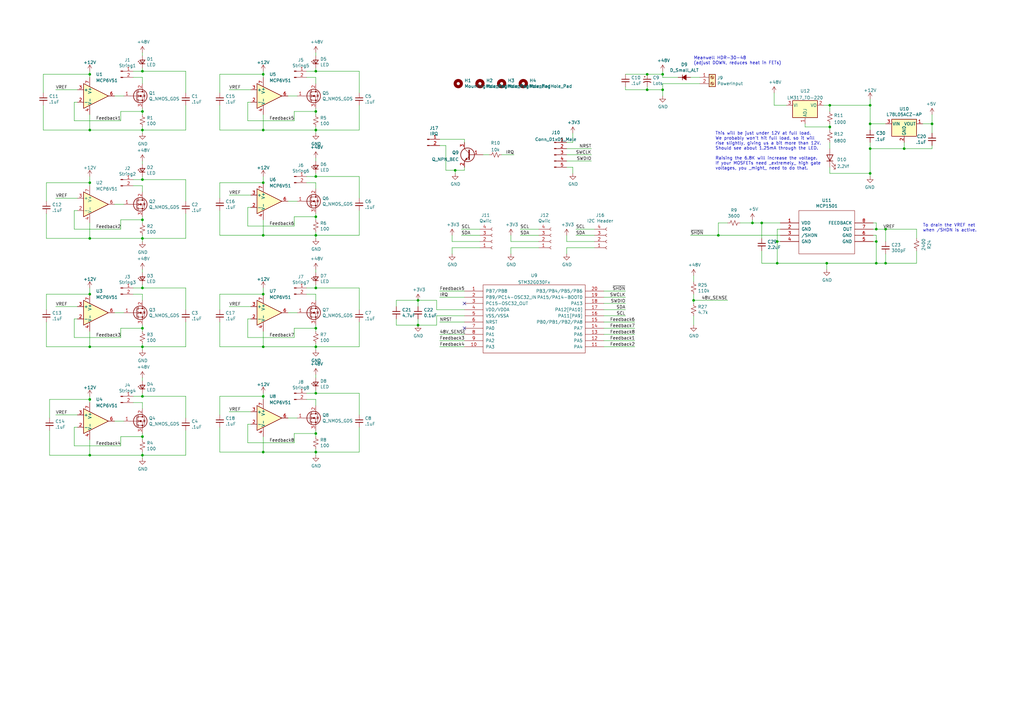
<source format=kicad_sch>
(kicad_sch (version 20211123) (generator eeschema)
  (paper "A3")
  (junction (at 318.77 99.06))
  (junction (at 129.54 177.8))
  (junction (at 318.77 107.95))
  (junction (at 36.83 142.24))
  (junction (at 356.87 71.12))
  (junction (at 107.95 53.34))
  (junction (at 382.27 50.8))
  (junction (at 370.84 60.96))
  (junction (at 265.43 36.83))
  (junction (at 363.22 107.95))
  (junction (at 340.36 52.07))
  (junction (at 271.78 36.83))
  (junction (at 359.41 107.95))
  (junction (at 58.42 97.79))
  (junction (at 129.54 134.62))
  (junction (at 107.95 74.93))
  (junction (at 36.83 186.69))
  (junction (at 58.42 179.07))
  (junction (at 265.43 30.48))
  (junction (at 58.42 29.21))
  (junction (at 359.41 99.06))
  (junction (at 129.54 29.21))
  (junction (at 284.48 123.19))
  (junction (at 363.22 93.98))
  (junction (at 339.09 107.95))
  (junction (at 58.42 73.66))
  (junction (at 58.42 53.34))
  (junction (at 356.87 43.18))
  (junction (at 36.83 30.48))
  (junction (at 107.95 120.65))
  (junction (at 107.95 30.48))
  (junction (at 129.54 45.72))
  (junction (at 129.54 88.9))
  (junction (at 107.95 96.52))
  (junction (at 36.83 74.93))
  (junction (at 171.45 123.19))
  (junction (at 107.95 162.56))
  (junction (at 36.83 53.34))
  (junction (at 58.42 142.24))
  (junction (at 356.87 60.96))
  (junction (at 58.42 186.69))
  (junction (at 340.36 43.18))
  (junction (at 129.54 53.34))
  (junction (at 129.54 118.11))
  (junction (at 186.69 69.85))
  (junction (at 308.61 91.44))
  (junction (at 36.83 97.79))
  (junction (at 271.78 30.48))
  (junction (at 36.83 163.83))
  (junction (at 356.87 50.8))
  (junction (at 58.42 162.56))
  (junction (at 129.54 185.42))
  (junction (at 129.54 142.24))
  (junction (at 359.41 93.98))
  (junction (at 312.42 91.44))
  (junction (at 107.95 185.42))
  (junction (at 171.45 133.35))
  (junction (at 58.42 134.62))
  (junction (at 36.83 120.65))
  (junction (at 58.42 45.72))
  (junction (at 129.54 161.29))
  (junction (at 58.42 90.17))
  (junction (at 294.64 96.52))
  (junction (at 129.54 72.39))
  (junction (at 58.42 118.11))
  (junction (at 107.95 142.24))
  (junction (at 129.54 96.52))
  (no_connect (at 190.5 124.46))
  (no_connect (at 190.5 134.62))
  (wire (pts (xy 58.42 116.84) (xy 58.42 118.11)))
  (wire (pts (xy 180.34 119.38) (xy 190.5 119.38)))
  (wire (pts (xy 120.65 177.8) (xy 129.54 177.8)))
  (wire (pts (xy 36.83 97.79) (xy 58.42 97.79)))
  (wire (pts (xy 36.83 30.48) (xy 36.83 31.75)))
  (wire (pts (xy 147.32 86.36) (xy 147.32 96.52)))
  (wire (pts (xy 58.42 135.89) (xy 58.42 134.62)))
  (wire (pts (xy 243.84 93.98) (xy 236.22 93.98)))
  (wire (pts (xy 162.56 133.35) (xy 171.45 133.35)))
  (wire (pts (xy 76.2 73.66) (xy 76.2 82.55)))
  (wire (pts (xy 58.42 54.61) (xy 58.42 53.34)))
  (wire (pts (xy 375.92 107.95) (xy 363.22 107.95)))
  (wire (pts (xy 209.55 101.6) (xy 220.98 101.6)))
  (wire (pts (xy 90.17 175.26) (xy 90.17 185.42)))
  (wire (pts (xy 129.54 72.39) (xy 125.73 72.39)))
  (wire (pts (xy 125.73 163.83) (xy 129.54 163.83)))
  (wire (pts (xy 58.42 186.69) (xy 58.42 185.42)))
  (wire (pts (xy 162.56 130.81) (xy 162.56 133.35)))
  (wire (pts (xy 129.54 161.29) (xy 125.73 161.29)))
  (wire (pts (xy 356.87 50.8) (xy 356.87 53.34)))
  (wire (pts (xy 36.83 135.89) (xy 36.83 142.24)))
  (wire (pts (xy 363.22 93.98) (xy 375.92 93.98)))
  (wire (pts (xy 125.73 74.93) (xy 129.54 74.93)))
  (wire (pts (xy 36.83 120.65) (xy 19.05 120.65)))
  (wire (pts (xy 271.78 36.83) (xy 271.78 39.37)))
  (wire (pts (xy 101.6 49.53) (xy 101.6 41.91)))
  (wire (pts (xy 147.32 72.39) (xy 147.32 81.28)))
  (wire (pts (xy 102.87 80.01) (xy 93.98 80.01)))
  (wire (pts (xy 312.42 107.95) (xy 318.77 107.95)))
  (wire (pts (xy 129.54 21.59) (xy 129.54 22.86)))
  (wire (pts (xy 196.85 99.06) (xy 185.42 99.06)))
  (wire (pts (xy 363.22 104.14) (xy 363.22 107.95)))
  (wire (pts (xy 107.95 135.89) (xy 107.95 142.24)))
  (wire (pts (xy 58.42 45.72) (xy 58.42 44.45)))
  (wire (pts (xy 107.95 53.34) (xy 129.54 53.34)))
  (wire (pts (xy 382.27 50.8) (xy 382.27 46.99)))
  (wire (pts (xy 308.61 91.44) (xy 308.61 90.17)))
  (wire (pts (xy 129.54 134.62) (xy 129.54 133.35)))
  (wire (pts (xy 90.17 142.24) (xy 107.95 142.24)))
  (wire (pts (xy 90.17 74.93) (xy 90.17 81.28)))
  (wire (pts (xy 129.54 71.12) (xy 129.54 72.39)))
  (wire (pts (xy 356.87 60.96) (xy 356.87 71.12)))
  (wire (pts (xy 129.54 27.94) (xy 129.54 29.21)))
  (wire (pts (xy 20.32 163.83) (xy 20.32 171.45)))
  (wire (pts (xy 356.87 71.12) (xy 356.87 72.39)))
  (wire (pts (xy 186.69 69.85) (xy 182.88 69.85)))
  (wire (pts (xy 382.27 60.96) (xy 370.84 60.96)))
  (wire (pts (xy 359.41 96.52) (xy 359.41 99.06)))
  (wire (pts (xy 102.87 36.83) (xy 93.98 36.83)))
  (wire (pts (xy 375.92 93.98) (xy 375.92 97.79)))
  (wire (pts (xy 58.42 162.56) (xy 76.2 162.56)))
  (wire (pts (xy 265.43 35.56) (xy 265.43 36.83)))
  (wire (pts (xy 298.45 91.44) (xy 294.64 91.44)))
  (wire (pts (xy 129.54 153.67) (xy 129.54 154.94)))
  (wire (pts (xy 49.53 179.07) (xy 58.42 179.07)))
  (wire (pts (xy 129.54 142.24) (xy 129.54 140.97)))
  (wire (pts (xy 49.53 49.53) (xy 49.53 45.72)))
  (wire (pts (xy 58.42 90.17) (xy 58.42 88.9)))
  (wire (pts (xy 375.92 102.87) (xy 375.92 107.95)))
  (wire (pts (xy 36.83 163.83) (xy 36.83 165.1)))
  (wire (pts (xy 294.64 96.52) (xy 283.21 96.52)))
  (wire (pts (xy 294.64 96.52) (xy 320.04 96.52)))
  (wire (pts (xy 180.34 59.69) (xy 182.88 59.69)))
  (wire (pts (xy 30.48 86.36) (xy 31.75 86.36)))
  (wire (pts (xy 320.04 93.98) (xy 318.77 93.98)))
  (wire (pts (xy 19.05 142.24) (xy 36.83 142.24)))
  (wire (pts (xy 30.48 49.53) (xy 49.53 49.53)))
  (wire (pts (xy 129.54 163.83) (xy 129.54 166.37)))
  (wire (pts (xy 303.53 91.44) (xy 308.61 91.44)))
  (wire (pts (xy 19.05 97.79) (xy 36.83 97.79)))
  (wire (pts (xy 58.42 76.2) (xy 58.42 78.74)))
  (wire (pts (xy 58.42 143.51) (xy 58.42 142.24)))
  (wire (pts (xy 36.83 180.34) (xy 36.83 186.69)))
  (wire (pts (xy 30.48 41.91) (xy 31.75 41.91)))
  (wire (pts (xy 54.61 165.1) (xy 58.42 165.1)))
  (wire (pts (xy 147.32 185.42) (xy 129.54 185.42)))
  (wire (pts (xy 58.42 161.29) (xy 58.42 162.56)))
  (wire (pts (xy 190.5 127) (xy 179.07 127)))
  (wire (pts (xy 30.48 138.43) (xy 49.53 138.43)))
  (wire (pts (xy 179.07 129.54) (xy 179.07 133.35)))
  (wire (pts (xy 220.98 93.98) (xy 213.36 93.98)))
  (wire (pts (xy 129.54 143.51) (xy 129.54 142.24)))
  (wire (pts (xy 129.54 135.89) (xy 129.54 134.62)))
  (wire (pts (xy 49.53 138.43) (xy 49.53 134.62)))
  (wire (pts (xy 287.02 31.75) (xy 283.21 31.75)))
  (wire (pts (xy 118.11 128.27) (xy 121.92 128.27)))
  (wire (pts (xy 30.48 130.81) (xy 31.75 130.81)))
  (wire (pts (xy 76.2 142.24) (xy 58.42 142.24)))
  (wire (pts (xy 129.54 45.72) (xy 129.54 44.45)))
  (wire (pts (xy 49.53 182.88) (xy 49.53 179.07)))
  (wire (pts (xy 17.78 30.48) (xy 36.83 30.48)))
  (wire (pts (xy 179.07 123.19) (xy 171.45 123.19)))
  (wire (pts (xy 107.95 185.42) (xy 129.54 185.42)))
  (wire (pts (xy 129.54 88.9) (xy 129.54 87.63)))
  (wire (pts (xy 147.32 29.21) (xy 147.32 38.1)))
  (wire (pts (xy 58.42 27.94) (xy 58.42 29.21)))
  (wire (pts (xy 196.85 96.52) (xy 189.23 96.52)))
  (wire (pts (xy 107.95 142.24) (xy 129.54 142.24)))
  (wire (pts (xy 120.65 134.62) (xy 129.54 134.62)))
  (wire (pts (xy 118.11 39.37) (xy 121.92 39.37)))
  (wire (pts (xy 76.2 53.34) (xy 58.42 53.34)))
  (wire (pts (xy 120.65 92.71) (xy 120.65 88.9)))
  (wire (pts (xy 129.54 31.75) (xy 129.54 34.29)))
  (wire (pts (xy 190.5 68.58) (xy 190.5 69.85)))
  (wire (pts (xy 147.32 132.08) (xy 147.32 142.24)))
  (wire (pts (xy 58.42 29.21) (xy 54.61 29.21)))
  (wire (pts (xy 190.5 121.92) (xy 180.34 121.92)))
  (wire (pts (xy 120.65 49.53) (xy 120.65 45.72)))
  (wire (pts (xy 49.53 134.62) (xy 58.42 134.62)))
  (wire (pts (xy 101.6 92.71) (xy 120.65 92.71)))
  (wire (pts (xy 243.84 99.06) (xy 232.41 99.06)))
  (wire (pts (xy 129.54 177.8) (xy 129.54 176.53)))
  (wire (pts (xy 107.95 162.56) (xy 90.17 162.56)))
  (wire (pts (xy 30.48 49.53) (xy 30.48 41.91)))
  (wire (pts (xy 171.45 125.73) (xy 171.45 123.19)))
  (wire (pts (xy 317.5 43.18) (xy 322.58 43.18)))
  (wire (pts (xy 36.83 46.99) (xy 36.83 53.34)))
  (wire (pts (xy 209.55 101.6) (xy 209.55 104.14)))
  (wire (pts (xy 54.61 31.75) (xy 58.42 31.75)))
  (wire (pts (xy 232.41 68.58) (xy 234.95 68.58)))
  (wire (pts (xy 54.61 120.65) (xy 58.42 120.65)))
  (wire (pts (xy 107.95 90.17) (xy 107.95 96.52)))
  (wire (pts (xy 359.41 91.44) (xy 359.41 93.98)))
  (wire (pts (xy 234.95 58.42) (xy 234.95 54.61)))
  (wire (pts (xy 382.27 59.69) (xy 382.27 60.96)))
  (wire (pts (xy 147.32 118.11) (xy 147.32 127)))
  (wire (pts (xy 58.42 118.11) (xy 54.61 118.11)))
  (wire (pts (xy 129.54 120.65) (xy 129.54 123.19)))
  (wire (pts (xy 58.42 154.94) (xy 58.42 156.21)))
  (wire (pts (xy 17.78 38.1) (xy 17.78 30.48)))
  (wire (pts (xy 31.75 170.18) (xy 22.86 170.18)))
  (wire (pts (xy 118.11 171.45) (xy 121.92 171.45)))
  (wire (pts (xy 129.54 46.99) (xy 129.54 45.72)))
  (wire (pts (xy 232.41 101.6) (xy 243.84 101.6)))
  (wire (pts (xy 356.87 43.18) (xy 356.87 50.8)))
  (wire (pts (xy 58.42 91.44) (xy 58.42 90.17)))
  (wire (pts (xy 337.82 43.18) (xy 340.36 43.18)))
  (wire (pts (xy 90.17 185.42) (xy 107.95 185.42)))
  (wire (pts (xy 330.2 50.8) (xy 330.2 52.07)))
  (wire (pts (xy 294.64 91.44) (xy 294.64 96.52)))
  (wire (pts (xy 58.42 110.49) (xy 58.42 111.76)))
  (wire (pts (xy 232.41 66.04) (xy 242.57 66.04)))
  (wire (pts (xy 247.65 132.08) (xy 260.35 132.08)))
  (wire (pts (xy 19.05 132.08) (xy 19.05 142.24)))
  (wire (pts (xy 180.34 139.7) (xy 190.5 139.7)))
  (wire (pts (xy 58.42 73.66) (xy 54.61 73.66)))
  (wire (pts (xy 107.95 46.99) (xy 107.95 53.34)))
  (wire (pts (xy 378.46 50.8) (xy 382.27 50.8)))
  (wire (pts (xy 358.14 99.06) (xy 359.41 99.06)))
  (wire (pts (xy 265.43 30.48) (xy 256.54 30.48)))
  (wire (pts (xy 340.36 52.07) (xy 340.36 53.34)))
  (wire (pts (xy 120.65 181.61) (xy 120.65 177.8)))
  (wire (pts (xy 312.42 91.44) (xy 308.61 91.44)))
  (wire (pts (xy 129.54 185.42) (xy 129.54 184.15)))
  (wire (pts (xy 247.65 137.16) (xy 260.35 137.16)))
  (wire (pts (xy 363.22 99.06) (xy 363.22 93.98)))
  (wire (pts (xy 118.11 82.55) (xy 121.92 82.55)))
  (wire (pts (xy 101.6 181.61) (xy 120.65 181.61)))
  (wire (pts (xy 356.87 50.8) (xy 363.22 50.8)))
  (wire (pts (xy 101.6 49.53) (xy 120.65 49.53)))
  (wire (pts (xy 36.83 29.21) (xy 36.83 30.48)))
  (wire (pts (xy 234.95 68.58) (xy 234.95 71.12)))
  (wire (pts (xy 147.32 161.29) (xy 147.32 170.18)))
  (wire (pts (xy 36.83 76.2) (xy 36.83 74.93)))
  (wire (pts (xy 180.34 57.15) (xy 190.5 57.15)))
  (wire (pts (xy 247.65 127) (xy 256.54 127)))
  (wire (pts (xy 19.05 74.93) (xy 19.05 82.55)))
  (wire (pts (xy 58.42 179.07) (xy 58.42 177.8)))
  (wire (pts (xy 107.95 96.52) (xy 129.54 96.52)))
  (wire (pts (xy 30.48 93.98) (xy 49.53 93.98)))
  (wire (pts (xy 46.99 39.37) (xy 50.8 39.37)))
  (wire (pts (xy 120.65 88.9) (xy 129.54 88.9)))
  (wire (pts (xy 58.42 187.96) (xy 58.42 186.69)))
  (wire (pts (xy 339.09 107.95) (xy 339.09 110.49)))
  (wire (pts (xy 356.87 40.64) (xy 356.87 43.18)))
  (wire (pts (xy 49.53 93.98) (xy 49.53 90.17)))
  (wire (pts (xy 185.42 101.6) (xy 185.42 104.14)))
  (wire (pts (xy 171.45 133.35) (xy 179.07 133.35)))
  (wire (pts (xy 256.54 35.56) (xy 256.54 36.83)))
  (wire (pts (xy 17.78 53.34) (xy 36.83 53.34)))
  (wire (pts (xy 265.43 36.83) (xy 271.78 36.83)))
  (wire (pts (xy 58.42 31.75) (xy 58.42 34.29)))
  (wire (pts (xy 30.48 182.88) (xy 30.48 175.26)))
  (wire (pts (xy 102.87 168.91) (xy 93.98 168.91)))
  (wire (pts (xy 340.36 43.18) (xy 340.36 45.72)))
  (wire (pts (xy 76.2 118.11) (xy 76.2 127)))
  (wire (pts (xy 58.42 21.59) (xy 58.42 22.86)))
  (wire (pts (xy 30.48 138.43) (xy 30.48 130.81)))
  (wire (pts (xy 318.77 93.98) (xy 318.77 99.06)))
  (wire (pts (xy 284.48 129.54) (xy 284.48 133.35)))
  (wire (pts (xy 107.95 74.93) (xy 90.17 74.93)))
  (wire (pts (xy 46.99 172.72) (xy 50.8 172.72)))
  (wire (pts (xy 76.2 43.18) (xy 76.2 53.34)))
  (wire (pts (xy 30.48 175.26) (xy 31.75 175.26)))
  (wire (pts (xy 101.6 92.71) (xy 101.6 85.09)))
  (wire (pts (xy 129.54 110.49) (xy 129.54 111.76)))
  (wire (pts (xy 129.54 53.34) (xy 129.54 52.07)))
  (wire (pts (xy 247.65 129.54) (xy 256.54 129.54)))
  (wire (pts (xy 185.42 99.06) (xy 185.42 96.52)))
  (wire (pts (xy 247.65 124.46) (xy 256.54 124.46)))
  (wire (pts (xy 284.48 120.65) (xy 284.48 123.19)))
  (wire (pts (xy 58.42 180.34) (xy 58.42 179.07)))
  (wire (pts (xy 36.83 53.34) (xy 58.42 53.34)))
  (wire (pts (xy 58.42 46.99) (xy 58.42 45.72)))
  (wire (pts (xy 76.2 87.63) (xy 76.2 97.79)))
  (wire (pts (xy 102.87 125.73) (xy 93.98 125.73)))
  (wire (pts (xy 76.2 132.08) (xy 76.2 142.24)))
  (wire (pts (xy 129.54 29.21) (xy 147.32 29.21)))
  (wire (pts (xy 340.36 43.18) (xy 356.87 43.18)))
  (wire (pts (xy 356.87 60.96) (xy 370.84 60.96)))
  (wire (pts (xy 180.34 137.16) (xy 190.5 137.16)))
  (wire (pts (xy 58.42 66.04) (xy 58.42 67.31)))
  (wire (pts (xy 209.55 99.06) (xy 209.55 96.52)))
  (wire (pts (xy 101.6 85.09) (xy 102.87 85.09)))
  (wire (pts (xy 340.36 71.12) (xy 356.87 71.12)))
  (wire (pts (xy 129.54 90.17) (xy 129.54 88.9)))
  (wire (pts (xy 129.54 116.84) (xy 129.54 118.11)))
  (wire (pts (xy 58.42 29.21) (xy 76.2 29.21)))
  (wire (pts (xy 382.27 50.8) (xy 382.27 54.61)))
  (wire (pts (xy 340.36 52.07) (xy 330.2 52.07)))
  (wire (pts (xy 101.6 41.91) (xy 102.87 41.91)))
  (wire (pts (xy 129.54 179.07) (xy 129.54 177.8)))
  (wire (pts (xy 256.54 36.83) (xy 265.43 36.83)))
  (wire (pts (xy 129.54 64.77) (xy 129.54 66.04)))
  (wire (pts (xy 271.78 29.21) (xy 271.78 30.48)))
  (wire (pts (xy 198.12 63.5) (xy 200.66 63.5)))
  (wire (pts (xy 49.53 90.17) (xy 58.42 90.17)))
  (wire (pts (xy 90.17 162.56) (xy 90.17 170.18)))
  (wire (pts (xy 58.42 53.34) (xy 58.42 52.07)))
  (wire (pts (xy 232.41 60.96) (xy 242.57 60.96)))
  (wire (pts (xy 179.07 127) (xy 179.07 123.19)))
  (wire (pts (xy 125.73 120.65) (xy 129.54 120.65)))
  (wire (pts (xy 90.17 120.65) (xy 90.17 127)))
  (wire (pts (xy 271.78 34.29) (xy 271.78 36.83)))
  (wire (pts (xy 58.42 134.62) (xy 58.42 133.35)))
  (wire (pts (xy 185.42 101.6) (xy 196.85 101.6)))
  (wire (pts (xy 247.65 121.92) (xy 256.54 121.92)))
  (wire (pts (xy 312.42 91.44) (xy 320.04 91.44)))
  (wire (pts (xy 284.48 123.19) (xy 284.48 124.46)))
  (wire (pts (xy 58.42 142.24) (xy 58.42 140.97)))
  (wire (pts (xy 31.75 125.73) (xy 22.86 125.73)))
  (wire (pts (xy 340.36 58.42) (xy 340.36 60.96)))
  (wire (pts (xy 171.45 123.19) (xy 162.56 123.19)))
  (wire (pts (xy 36.83 74.93) (xy 36.83 72.39)))
  (wire (pts (xy 107.95 29.21) (xy 107.95 30.48)))
  (wire (pts (xy 58.42 72.39) (xy 58.42 73.66)))
  (wire (pts (xy 46.99 128.27) (xy 50.8 128.27)))
  (wire (pts (xy 90.17 132.08) (xy 90.17 142.24)))
  (wire (pts (xy 358.14 91.44) (xy 359.41 91.44)))
  (wire (pts (xy 358.14 93.98) (xy 359.41 93.98)))
  (wire (pts (xy 147.32 96.52) (xy 129.54 96.52)))
  (wire (pts (xy 243.84 96.52) (xy 236.22 96.52)))
  (wire (pts (xy 54.61 76.2) (xy 58.42 76.2)))
  (wire (pts (xy 30.48 93.98) (xy 30.48 86.36)))
  (wire (pts (xy 90.17 30.48) (xy 90.17 38.1)))
  (wire (pts (xy 90.17 86.36) (xy 90.17 96.52)))
  (wire (pts (xy 129.54 160.02) (xy 129.54 161.29)))
  (wire (pts (xy 271.78 30.48) (xy 271.78 31.75)))
  (wire (pts (xy 120.65 45.72) (xy 129.54 45.72)))
  (wire (pts (xy 120.65 138.43) (xy 120.65 134.62)))
  (wire (pts (xy 232.41 101.6) (xy 232.41 104.14)))
  (wire (pts (xy 162.56 123.19) (xy 162.56 125.73)))
  (wire (pts (xy 186.69 69.85) (xy 186.69 71.12)))
  (wire (pts (xy 247.65 142.24) (xy 260.35 142.24)))
  (wire (pts (xy 36.83 162.56) (xy 36.83 163.83)))
  (wire (pts (xy 318.77 99.06) (xy 318.77 107.95)))
  (wire (pts (xy 220.98 96.52) (xy 213.36 96.52)))
  (wire (pts (xy 318.77 107.95) (xy 339.09 107.95)))
  (wire (pts (xy 147.32 43.18) (xy 147.32 53.34)))
  (wire (pts (xy 284.48 115.57) (xy 284.48 113.03)))
  (wire (pts (xy 20.32 176.53) (xy 20.32 186.69)))
  (wire (pts (xy 196.85 93.98) (xy 189.23 93.98)))
  (wire (pts (xy 58.42 97.79) (xy 58.42 96.52)))
  (wire (pts (xy 190.5 69.85) (xy 186.69 69.85)))
  (wire (pts (xy 58.42 162.56) (xy 54.61 162.56)))
  (wire (pts (xy 90.17 96.52) (xy 107.95 96.52)))
  (wire (pts (xy 232.41 99.06) (xy 232.41 96.52)))
  (wire (pts (xy 107.95 72.39) (xy 107.95 74.93)))
  (wire (pts (xy 36.83 118.11) (xy 36.83 120.65)))
  (wire (pts (xy 58.42 99.06) (xy 58.42 97.79)))
  (wire (pts (xy 129.54 29.21) (xy 125.73 29.21)))
  (wire (pts (xy 36.83 142.24) (xy 58.42 142.24)))
  (wire (pts (xy 36.83 186.69) (xy 58.42 186.69)))
  (wire (pts (xy 101.6 173.99) (xy 102.87 173.99)))
  (wire (pts (xy 358.14 96.52) (xy 359.41 96.52)))
  (wire (pts (xy 129.54 96.52) (xy 129.54 95.25)))
  (wire (pts (xy 49.53 45.72) (xy 58.42 45.72)))
  (wire (pts (xy 107.95 120.65) (xy 90.17 120.65)))
  (wire (pts (xy 129.54 118.11) (xy 125.73 118.11)))
  (wire (pts (xy 36.83 163.83) (xy 20.32 163.83)))
  (wire (pts (xy 19.05 87.63) (xy 19.05 97.79)))
  (wire (pts (xy 271.78 34.29) (xy 287.02 34.29)))
  (wire (pts (xy 101.6 138.43) (xy 120.65 138.43)))
  (wire (pts (xy 76.2 176.53) (xy 76.2 186.69)))
  (wire (pts (xy 129.54 118.11) (xy 147.32 118.11)))
  (wire (pts (xy 370.84 58.42) (xy 370.84 60.96)))
  (wire (pts (xy 190.5 129.54) (xy 179.07 129.54)))
  (wire (pts (xy 180.34 142.24) (xy 190.5 142.24)))
  (wire (pts (xy 147.32 53.34) (xy 129.54 53.34)))
  (wire (pts (xy 20.32 186.69) (xy 36.83 186.69)))
  (wire (pts (xy 58.42 120.65) (xy 58.42 123.19)))
  (wire (pts (xy 356.87 58.42) (xy 356.87 60.96)))
  (wire (pts (xy 36.83 91.44) (xy 36.83 97.79)))
  (wire (pts (xy 101.6 138.43) (xy 101.6 130.81)))
  (wire (pts (xy 129.54 97.79) (xy 129.54 96.52)))
  (wire (pts (xy 147.32 142.24) (xy 129.54 142.24)))
  (wire (pts (xy 180.34 132.08) (xy 190.5 132.08)))
  (wire (pts (xy 36.83 74.93) (xy 19.05 74.93)))
  (wire (pts (xy 30.48 182.88) (xy 49.53 182.88)))
  (wire (pts (xy 220.98 99.06) (xy 209.55 99.06)))
  (wire (pts (xy 58.42 165.1) (xy 58.42 167.64)))
  (wire (pts (xy 46.99 83.82) (xy 50.8 83.82)))
  (wire (pts (xy 31.75 81.28) (xy 22.86 81.28)))
  (wire (pts (xy 107.95 179.07) (xy 107.95 185.42)))
  (wire (pts (xy 76.2 29.21) (xy 76.2 38.1)))
  (wire (pts (xy 129.54 72.39) (xy 147.32 72.39)))
  (wire (pts (xy 312.42 97.79) (xy 312.42 91.44)))
  (wire (pts (xy 125.73 31.75) (xy 129.54 31.75)))
  (wire (pts (xy 317.5 38.1) (xy 317.5 43.18)))
  (wire (pts (xy 359.41 99.06) (xy 359.41 107.95)))
  (wire (pts (xy 190.5 57.15) (xy 190.5 58.42)))
  (wire (pts (xy 107.95 30.48) (xy 90.17 30.48)))
  (wire (pts (xy 312.42 102.87) (xy 312.42 107.95)))
  (wire (pts (xy 101.6 181.61) (xy 101.6 173.99)))
  (wire (pts (xy 17.78 43.18) (xy 17.78 53.34)))
  (wire (pts (xy 147.32 175.26) (xy 147.32 185.42)))
  (wire (pts (xy 340.36 68.58) (xy 340.36 71.12)))
  (wire (pts (xy 359.41 107.95) (xy 339.09 107.95)))
  (wire (pts (xy 76.2 97.79) (xy 58.42 97.79)))
  (wire (pts (xy 107.95 30.48) (xy 107.95 31.75)))
  (wire (pts (xy 232.41 63.5) (xy 242.57 63.5)))
  (wire (pts (xy 271.78 30.48) (xy 265.43 30.48)))
  (wire (pts (xy 129.54 54.61) (xy 129.54 53.34)))
  (wire (pts (xy 271.78 31.75) (xy 278.13 31.75)))
  (wire (pts (xy 107.95 162.56) (xy 107.95 163.83)))
  (wire (pts (xy 129.54 161.29) (xy 147.32 161.29)))
  (wire (pts (xy 129.54 74.93) (xy 129.54 77.47)))
  (wire (pts (xy 363.22 107.95) (xy 359.41 107.95)))
  (wire (pts (xy 320.04 99.06) (xy 318.77 99.06)))
  (wire (pts (xy 19.05 120.65) (xy 19.05 127)))
  (wire (pts (xy 107.95 161.29) (xy 107.95 162.56)))
  (wire (pts (xy 31.75 36.83) (xy 22.86 36.83)))
  (wire (pts (xy 247.65 119.38) (xy 256.54 119.38)))
  (wire (pts (xy 58.42 73.66) (xy 76.2 73.66)))
  (wire (pts (xy 247.65 134.62) (xy 260.35 134.62)))
  (wire (pts (xy 284.48 123.19) (xy 298.45 123.19)))
  (wire (pts (xy 340.36 50.8) (xy 340.36 52.07)))
  (wire (pts (xy 359.41 93.98) (xy 363.22 93.98)))
  (wire (pts (xy 76.2 162.56) (xy 76.2 171.45)))
  (wire (pts (xy 101.6 130.81) (xy 102.87 130.81)))
  (wire (pts (xy 90.17 53.34) (xy 107.95 53.34)))
  (wire (pts (xy 76.2 186.69) (xy 58.42 186.69)))
  (wire (pts (xy 247.65 139.7) (xy 260.35 139.7)))
  (wire (pts (xy 90.17 43.18) (xy 90.17 53.34)))
  (wire (pts (xy 182.88 59.69) (xy 182.88 69.85)))
  (wire (pts (xy 129.54 186.69) (xy 129.54 185.42)))
  (wire (pts (xy 205.74 63.5) (xy 210.82 63.5)))
  (wire (pts (xy 232.41 58.42) (xy 234.95 58.42)))
  (wire (pts (xy 107.95 118.11) (xy 107.95 120.65)))
  (wire (pts (xy 171.45 133.35) (xy 171.45 130.81)))
  (wire (pts (xy 58.42 118.11) (xy 76.2 118.11)))
  (text "Meanwell HDR-30-48\n(adjust DOWN, reduces heat in FETs)" (at 284.48 26.67 0) (effects (font (size 1.27 1.27)) (justify left bottom)))
  (text "This will be just under 12V at full load.\nWe probably won't hit full load, so it will\nrise slightly, giving us a bit more than 12V.\nShould see about 1.25mA through the LED.\n\nRaising the 6.8K will increase the voltage.\nIf your MOSFETs need _extremely_ high gate\nvoltages, you _might_ need to do that." (at 293.37 69.85 0) (effects (font (size 1.27 1.27)) (justify left bottom)))
  (text "To drain the VREF net\nwhen /SHDN is active." (at 378.46 95.25 0) (effects (font (size 1.27 1.27)) (justify left bottom)))
  (label "VREF" (at 22.86 81.28 0))
  (label "SDA" (at 189.23 96.52 0))
  (label "NRST" (at 242.57 60.96 180))
  (label "Feedback1" (at 39.37 49.53 0))
  (label "SCL" (at 213.36 93.98 0))
  (label "Feedback5" (at 110.49 49.53 0))
  (label "Feedback1" (at 250.19 139.7 0))
  (label "VREF" (at 93.98 125.73 0))
  (label "Feedback4" (at 39.37 182.88 0))
  (label "Feedback7" (at 250.19 134.62 0))
  (label "~{SHDN}" (at 283.21 96.52 0))
  (label "48V_SENSE" (at 298.45 123.19 180))
  (label "VREF" (at 22.86 125.73 0))
  (label "Feedback2" (at 250.19 142.24 0))
  (label "Feedback8" (at 110.49 181.61 0))
  (label "SWCLK" (at 242.57 63.5 180))
  (label "Feedback6" (at 110.49 92.71 0))
  (label "Feedback4" (at 180.34 142.24 0))
  (label "VREF" (at 367.03 93.98 180))
  (label "SWDIO" (at 242.57 66.04 180))
  (label "~{SHDN}" (at 256.54 119.38 180))
  (label "Feedback8" (at 250.19 137.16 0))
  (label "SWCLK" (at 256.54 121.92 180))
  (label "SCL" (at 189.23 93.98 0))
  (label "VREF" (at 22.86 36.83 0))
  (label "Feedback6" (at 250.19 132.08 0))
  (label "SWDIO" (at 256.54 124.46 180))
  (label "SDA" (at 256.54 127 180))
  (label "NRST" (at 180.34 132.08 0))
  (label "SDA" (at 213.36 96.52 0))
  (label "48V_SENSE" (at 180.34 137.16 0))
  (label "VREF" (at 93.98 80.01 0))
  (label "Feedback7" (at 110.49 138.43 0))
  (label "VREF" (at 22.86 170.18 0))
  (label "VREF" (at 93.98 36.83 0))
  (label "Feedback3" (at 180.34 139.7 0))
  (label "Feedback3" (at 39.37 138.43 0))
  (label "SCL" (at 256.54 129.54 180))
  (label "IRQ" (at 180.34 121.92 0))
  (label "VREF" (at 93.98 168.91 0))
  (label "SCL" (at 236.22 93.98 0))
  (label "SDA" (at 236.22 96.52 0))
  (label "Feedback5" (at 180.34 119.38 0))
  (label "Feedback2" (at 39.37 93.98 0))
  (label "IRQ" (at 210.82 63.5 180))
  (symbol (lib_id "Connector:Conn_01x02_Male") (at 49.53 29.21 0) (unit 1)
    (property "Reference" "J1" (at 52.2732 24.6126 0))
    (property "Value" "String1" (at 52.2732 26.924 0))
    (property "Footprint" "Pin_Headers:Pin_Header_Angled_1x02_Pitch2.54mm" (effects hide))
  )
  (symbol (lib_id "power:+48V") (at 58.42 21.59 0) (unit 1)
    (property "Reference" "#PWR0101" (effects hide))
    (property "Value" "+48V" (at 58.801 17.1958 0))
  )
  (symbol (lib_id "Device:Q_NMOS_GDS") (at 55.88 39.37 0) (unit 1)
    (property "Reference" "Q1" (at 61.0616 38.2016 0) (effects (justify left)))
    (property "Value" "Q_NMOS_GDS" (at 61.0616 40.513 0) (effects (justify left)))
    (property "Footprint" "TO_SOT_Packages_THT:TO-220-3_Vertical" (effects hide))
  )
  (symbol (lib_id "Device:R_Small_US") (at 58.42 49.53 0) (unit 1)
    (property "Reference" "R1" (at 60.1472 48.3616 0) (effects (justify left)))
    (property "Value" "100" (at 60.1472 50.673 0) (effects (justify left)))
    (property "Footprint" "Resistors_THT:R_Axial_DIN0207_L6.3mm_D2.5mm_P2.54mm_Vertical" (effects hide))
  )
  (symbol (lib_id "power:GND") (at 58.42 54.61 0) (unit 1)
    (property "Reference" "#PWR0102" (effects hide))
    (property "Value" "GND" (at 58.547 59.0042 0))
  )
  (symbol (lib_id "Amplifier_Operational:LM6171D") (at 39.37 39.37 0) (unit 1)
    (property "Reference" "U1" (at 39.37 30.48 0) (effects (justify left)))
    (property "Value" "MCP6V51" (at 39.37 33.02 0) (effects (justify left)))
    (property "Footprint" "Housings_SSOP:MSOP-8_3x3mm_Pitch0.65mm" (effects hide))
    (property "Datasheet" "http://www.ti.com/lit/ds/symlink/lm6171.pdf" (effects hide))
  )
  (symbol (lib_id "Connector:Screw_Terminal_01x02") (at 292.1 31.75 0) (unit 1)
    (property "Reference" "J9" (at 294.132 31.9532 0) (effects (justify left)))
    (property "Value" "PowerInput" (at 294.132 34.2646 0) (effects (justify left)))
    (property "Footprint" "Connectors_Terminal_Blocks:TerminalBlock_bornier-2_P5.08mm" (effects hide))
  )
  (symbol (lib_id "Device:C_Small") (at 256.54 33.02 0) (unit 1)
    (property "Reference" "C10" (at 258.8768 31.8516 0) (effects (justify left)))
    (property "Value" ".1uF" (at 258.8768 34.163 0) (effects (justify left)))
    (property "Footprint" "Capacitor_SMD:C_0805_2012Metric_Pad1.18x1.45mm_HandSolder" (effects hide))
  )
  (symbol (lib_id "power:GND") (at 271.78 39.37 0) (unit 1)
    (property "Reference" "#PWR0104" (effects hide))
    (property "Value" "GND" (at 271.907 43.7642 0))
  )
  (symbol (lib_id "power:+48V") (at 271.78 29.21 0) (unit 1)
    (property "Reference" "#PWR0105" (effects hide))
    (property "Value" "+48V" (at 272.161 24.8158 0))
  )
  (symbol (lib_id "Device:C_Small") (at 382.27 57.15 0) (mirror y) (unit 1)
    (property "Reference" "C20" (at 379.9332 55.9816 0) (effects (justify left)))
    (property "Value" ".1uF" (at 379.9332 58.293 0) (effects (justify left)))
    (property "Footprint" "Capacitor_SMD:C_0805_2012Metric_Pad1.18x1.45mm_HandSolder" (effects hide))
  )
  (symbol (lib_id "Device:C_Small") (at 76.2 40.64 0) (unit 1)
    (property "Reference" "C1" (at 78.5368 39.4716 0) (effects (justify left)))
    (property "Value" ".1uF" (at 78.5368 41.783 0) (effects (justify left)))
    (property "Footprint" "Capacitor_SMD:C_0805_2012Metric_Pad1.18x1.45mm_HandSolder" (effects hide))
  )
  (symbol (lib_id "MCP1501:MCP1501") (at 339.09 95.25 0) (unit 1)
    (property "Reference" "U11" (at 339.09 82.169 0))
    (property "Value" "MCP1501" (at 339.09 84.4804 0))
    (property "Footprint" "SMD_Packages:SOIC-8-N" (effects hide))
    (property "Datasheet" "DOCUMENTATION" (effects hide))
  )
  (symbol (lib_id "power:GND") (at 339.09 110.49 0) (unit 1)
    (property "Reference" "#PWR0110" (effects hide))
    (property "Value" "GND" (at 339.217 114.8842 0))
  )
  (symbol (lib_id "power:GND") (at 356.87 72.39 0) (mirror y) (unit 1)
    (property "Reference" "#PWR0108" (effects hide))
    (property "Value" "GND" (at 356.743 76.7842 0))
  )
  (symbol (lib_id "power:+5V") (at 382.27 46.99 0) (mirror y) (unit 1)
    (property "Reference" "#PWR0109" (effects hide))
    (property "Value" "+5V" (at 381.889 42.5958 0))
  )
  (symbol (lib_id "power:+5V") (at 308.61 90.17 0) (unit 1)
    (property "Reference" "#PWR0111" (effects hide))
    (property "Value" "+5V" (at 308.991 85.7758 0))
  )
  (symbol (lib_id "Device:C_Small") (at 312.42 100.33 0) (unit 1)
    (property "Reference" "C29" (at 314.7568 99.1616 0) (effects (justify left)))
    (property "Value" "2.2uF" (at 314.7568 101.473 0) (effects (justify left)))
    (property "Footprint" "Capacitor_SMD:C_0805_2012Metric_Pad1.18x1.45mm_HandSolder" (effects hide))
  )
  (symbol (lib_id "Device:CP1_Small") (at 265.43 33.02 0) (unit 1)
    (property "Reference" "C9" (at 267.7414 31.8516 0) (effects (justify left)))
    (property "Value" "Lots" (at 267.7414 34.163 0) (effects (justify left)))
    (property "Footprint" "Capacitors_THT:CP_Radial_D16.0mm_P7.50mm" (effects hide))
  )
  (symbol (lib_id "Connector:Conn_01x02_Male") (at 49.53 73.66 0) (unit 1)
    (property "Reference" "J2" (at 52.2732 69.0626 0))
    (property "Value" "String2" (at 52.2732 71.374 0))
    (property "Footprint" "Pin_Headers:Pin_Header_Angled_1x02_Pitch2.54mm" (effects hide))
  )
  (symbol (lib_id "power:+48V") (at 58.42 66.04 0) (unit 1)
    (property "Reference" "#PWR0112" (effects hide))
    (property "Value" "+48V" (at 58.801 61.6458 0))
  )
  (symbol (lib_id "Device:Q_NMOS_GDS") (at 55.88 83.82 0) (unit 1)
    (property "Reference" "Q2" (at 61.0616 82.6516 0) (effects (justify left)))
    (property "Value" "Q_NMOS_GDS" (at 61.0616 84.963 0) (effects (justify left)))
    (property "Footprint" "TO_SOT_Packages_THT:TO-220-3_Vertical" (effects hide))
  )
  (symbol (lib_id "Device:R_Small_US") (at 58.42 93.98 0) (unit 1)
    (property "Reference" "R2" (at 60.1472 92.8116 0) (effects (justify left)))
    (property "Value" "100" (at 60.1472 95.123 0) (effects (justify left)))
    (property "Footprint" "Resistors_THT:R_Axial_DIN0207_L6.3mm_D2.5mm_P2.54mm_Vertical" (effects hide))
  )
  (symbol (lib_id "power:GND") (at 58.42 99.06 0) (unit 1)
    (property "Reference" "#PWR0113" (effects hide))
    (property "Value" "GND" (at 58.547 103.4542 0))
  )
  (symbol (lib_id "Amplifier_Operational:LM6171D") (at 39.37 83.82 0) (unit 1)
    (property "Reference" "U2" (at 39.37 74.93 0) (effects (justify left)))
    (property "Value" "MCP6V51" (at 39.37 77.47 0) (effects (justify left)))
    (property "Footprint" "Housings_SSOP:MSOP-8_3x3mm_Pitch0.65mm" (effects hide))
    (property "Datasheet" "http://www.ti.com/lit/ds/symlink/lm6171.pdf" (effects hide))
  )
  (symbol (lib_id "Device:C_Small") (at 76.2 85.09 0) (unit 1)
    (property "Reference" "C2" (at 78.5368 83.9216 0) (effects (justify left)))
    (property "Value" ".1uF" (at 78.5368 86.233 0) (effects (justify left)))
    (property "Footprint" "Capacitor_SMD:C_0805_2012Metric_Pad1.18x1.45mm_HandSolder" (effects hide))
  )
  (symbol (lib_id "Connector:Conn_01x02_Male") (at 49.53 118.11 0) (unit 1)
    (property "Reference" "J3" (at 52.2732 113.5126 0))
    (property "Value" "String3" (at 52.2732 115.824 0))
    (property "Footprint" "Pin_Headers:Pin_Header_Angled_1x02_Pitch2.54mm" (effects hide))
  )
  (symbol (lib_id "power:+48V") (at 58.42 110.49 0) (unit 1)
    (property "Reference" "#PWR0115" (effects hide))
    (property "Value" "+48V" (at 58.801 106.0958 0))
  )
  (symbol (lib_id "Device:Q_NMOS_GDS") (at 55.88 128.27 0) (unit 1)
    (property "Reference" "Q3" (at 61.0616 127.1016 0) (effects (justify left)))
    (property "Value" "Q_NMOS_GDS" (at 61.0616 129.413 0) (effects (justify left)))
    (property "Footprint" "TO_SOT_Packages_THT:TO-220-3_Vertical" (effects hide))
  )
  (symbol (lib_id "Device:R_Small_US") (at 58.42 138.43 0) (unit 1)
    (property "Reference" "R3" (at 60.1472 137.2616 0) (effects (justify left)))
    (property "Value" "100" (at 60.1472 139.573 0) (effects (justify left)))
    (property "Footprint" "Resistors_THT:R_Axial_DIN0207_L6.3mm_D2.5mm_P2.54mm_Vertical" (effects hide))
  )
  (symbol (lib_id "power:GND") (at 58.42 143.51 0) (unit 1)
    (property "Reference" "#PWR0116" (effects hide))
    (property "Value" "GND" (at 58.547 147.9042 0))
  )
  (symbol (lib_id "Amplifier_Operational:LM6171D") (at 39.37 128.27 0) (unit 1)
    (property "Reference" "U3" (at 39.37 119.38 0) (effects (justify left)))
    (property "Value" "MCP6V51" (at 39.37 121.92 0) (effects (justify left)))
    (property "Footprint" "Housings_SSOP:MSOP-8_3x3mm_Pitch0.65mm" (effects hide))
    (property "Datasheet" "http://www.ti.com/lit/ds/symlink/lm6171.pdf" (effects hide))
  )
  (symbol (lib_id "Device:C_Small") (at 76.2 129.54 0) (unit 1)
    (property "Reference" "C3" (at 78.5368 128.3716 0) (effects (justify left)))
    (property "Value" ".1uF" (at 78.5368 130.683 0) (effects (justify left)))
    (property "Footprint" "Capacitor_SMD:C_0805_2012Metric_Pad1.18x1.45mm_HandSolder" (effects hide))
  )
  (symbol (lib_id "Connector:Conn_01x02_Male") (at 49.53 162.56 0) (unit 1)
    (property "Reference" "J4" (at 52.2732 157.9626 0))
    (property "Value" "String4" (at 52.2732 160.274 0))
    (property "Footprint" "Pin_Headers:Pin_Header_Angled_1x02_Pitch2.54mm" (effects hide))
  )
  (symbol (lib_id "power:+48V") (at 58.42 154.94 0) (unit 1)
    (property "Reference" "#PWR0118" (effects hide))
    (property "Value" "+48V" (at 58.801 150.5458 0))
  )
  (symbol (lib_id "Device:Q_NMOS_GDS") (at 55.88 172.72 0) (unit 1)
    (property "Reference" "Q4" (at 61.0616 171.5516 0) (effects (justify left)))
    (property "Value" "Q_NMOS_GDS" (at 61.0616 173.863 0) (effects (justify left)))
    (property "Footprint" "TO_SOT_Packages_THT:TO-220-3_Vertical" (effects hide))
  )
  (symbol (lib_id "Device:R_Small_US") (at 58.42 182.88 0) (unit 1)
    (property "Reference" "R4" (at 60.1472 181.7116 0) (effects (justify left)))
    (property "Value" "100" (at 60.1472 184.023 0) (effects (justify left)))
    (property "Footprint" "Resistors_THT:R_Axial_DIN0207_L6.3mm_D2.5mm_P2.54mm_Vertical" (effects hide))
  )
  (symbol (lib_id "power:GND") (at 58.42 187.96 0) (unit 1)
    (property "Reference" "#PWR0119" (effects hide))
    (property "Value" "GND" (at 58.547 192.3542 0))
  )
  (symbol (lib_id "Amplifier_Operational:LM6171D") (at 39.37 172.72 0) (unit 1)
    (property "Reference" "U4" (at 39.37 163.83 0) (effects (justify left)))
    (property "Value" "MCP6V51" (at 39.37 166.37 0) (effects (justify left)))
    (property "Footprint" "Housings_SSOP:MSOP-8_3x3mm_Pitch0.65mm" (effects hide))
    (property "Datasheet" "http://www.ti.com/lit/ds/symlink/lm6171.pdf" (effects hide))
  )
  (symbol (lib_id "Device:C_Small") (at 76.2 173.99 0) (unit 1)
    (property "Reference" "C4" (at 78.5368 172.8216 0) (effects (justify left)))
    (property "Value" ".1uF" (at 78.5368 175.133 0) (effects (justify left)))
    (property "Footprint" "Capacitor_SMD:C_0805_2012Metric_Pad1.18x1.45mm_HandSolder" (effects hide))
  )
  (symbol (lib_id "Mechanical:MountingHole") (at 187.96 34.29 0) (unit 1)
    (property "Reference" "H1" (at 190.5 33.0454 0) (effects (justify left)))
    (property "Value" "MountingHole_Pad" (at 190.5 35.3568 0) (effects (justify left)))
    (property "Footprint" "MountingHole:MountingHole_3.2mm_M3" (effects hide))
  )
  (symbol (lib_id "Mechanical:MountingHole") (at 196.85 34.29 0) (unit 1)
    (property "Reference" "H2" (at 199.39 33.0454 0) (effects (justify left)))
    (property "Value" "MountingHole_Pad" (at 199.39 35.3568 0) (effects (justify left)))
    (property "Footprint" "MountingHole:MountingHole_3.2mm_M3" (effects hide))
  )
  (symbol (lib_id "Mechanical:MountingHole") (at 205.74 34.29 0) (unit 1)
    (property "Reference" "H3" (at 208.28 33.0454 0) (effects (justify left)))
    (property "Value" "MountingHole_Pad" (at 208.28 35.3568 0) (effects (justify left)))
    (property "Footprint" "MountingHole:MountingHole_3.2mm_M3" (effects hide))
  )
  (symbol (lib_id "Mechanical:MountingHole") (at 214.63 34.29 0) (unit 1)
    (property "Reference" "H4" (at 217.17 33.0454 0) (effects (justify left)))
    (property "Value" "MountingHole_Pad" (at 217.17 35.3568 0) (effects (justify left)))
    (property "Footprint" "MountingHole:MountingHole_3.2mm_M3" (effects hide))
  )
  (symbol (lib_id "Connector:Conn_01x02_Male") (at 120.65 29.21 0) (unit 1)
    (property "Reference" "J5" (at 123.3932 24.6126 0))
    (property "Value" "String5" (at 123.3932 26.924 0))
    (property "Footprint" "Pin_Headers:Pin_Header_Angled_1x02_Pitch2.54mm" (effects hide))
  )
  (symbol (lib_id "power:+48V") (at 129.54 21.59 0) (unit 1)
    (property "Reference" "#PWR0121" (effects hide))
    (property "Value" "+48V" (at 129.921 17.1958 0))
  )
  (symbol (lib_id "Device:Q_NMOS_GDS") (at 127 39.37 0) (unit 1)
    (property "Reference" "Q5" (at 132.1816 38.2016 0) (effects (justify left)))
    (property "Value" "Q_NMOS_GDS" (at 132.1816 40.513 0) (effects (justify left)))
    (property "Footprint" "TO_SOT_Packages_THT:TO-220-3_Vertical" (effects hide))
  )
  (symbol (lib_id "Device:R_Small_US") (at 129.54 49.53 0) (unit 1)
    (property "Reference" "R5" (at 131.2672 48.3616 0) (effects (justify left)))
    (property "Value" "100" (at 131.2672 50.673 0) (effects (justify left)))
    (property "Footprint" "Resistors_THT:R_Axial_DIN0207_L6.3mm_D2.5mm_P2.54mm_Vertical" (effects hide))
  )
  (symbol (lib_id "power:GND") (at 129.54 54.61 0) (unit 1)
    (property "Reference" "#PWR0122" (effects hide))
    (property "Value" "GND" (at 129.667 59.0042 0))
  )
  (symbol (lib_id "Amplifier_Operational:LM6171D") (at 110.49 39.37 0) (unit 1)
    (property "Reference" "U5" (at 110.49 30.48 0) (effects (justify left)))
    (property "Value" "MCP6V51" (at 110.49 33.02 0) (effects (justify left)))
    (property "Footprint" "Housings_SSOP:MSOP-8_3x3mm_Pitch0.65mm" (effects hide))
    (property "Datasheet" "http://www.ti.com/lit/ds/symlink/lm6171.pdf" (effects hide))
  )
  (symbol (lib_id "Device:C_Small") (at 147.32 40.64 0) (unit 1)
    (property "Reference" "C5" (at 149.6568 39.4716 0) (effects (justify left)))
    (property "Value" ".1uF" (at 149.6568 41.783 0) (effects (justify left)))
    (property "Footprint" "Capacitor_SMD:C_0805_2012Metric_Pad1.18x1.45mm_HandSolder" (effects hide))
  )
  (symbol (lib_id "Connector:Conn_01x02_Male") (at 120.65 72.39 0) (unit 1)
    (property "Reference" "J6" (at 123.3932 67.7926 0))
    (property "Value" "String6" (at 123.3932 70.104 0))
    (property "Footprint" "Pin_Headers:Pin_Header_Angled_1x02_Pitch2.54mm" (effects hide))
  )
  (symbol (lib_id "power:+48V") (at 129.54 64.77 0) (unit 1)
    (property "Reference" "#PWR0124" (effects hide))
    (property "Value" "+48V" (at 129.921 60.3758 0))
  )
  (symbol (lib_id "Device:Q_NMOS_GDS") (at 127 82.55 0) (unit 1)
    (property "Reference" "Q6" (at 132.1816 81.3816 0) (effects (justify left)))
    (property "Value" "Q_NMOS_GDS" (at 132.1816 83.693 0) (effects (justify left)))
    (property "Footprint" "TO_SOT_Packages_THT:TO-220-3_Vertical" (effects hide))
  )
  (symbol (lib_id "Device:R_Small_US") (at 129.54 92.71 0) (unit 1)
    (property "Reference" "R6" (at 131.2672 91.5416 0) (effects (justify left)))
    (property "Value" "100" (at 131.2672 93.853 0) (effects (justify left)))
    (property "Footprint" "Resistors_THT:R_Axial_DIN0207_L6.3mm_D2.5mm_P2.54mm_Vertical" (effects hide))
  )
  (symbol (lib_id "power:GND") (at 129.54 97.79 0) (unit 1)
    (property "Reference" "#PWR0125" (effects hide))
    (property "Value" "GND" (at 129.667 102.1842 0))
  )
  (symbol (lib_id "Amplifier_Operational:LM6171D") (at 110.49 82.55 0) (unit 1)
    (property "Reference" "U6" (at 110.49 73.66 0) (effects (justify left)))
    (property "Value" "MCP6V51" (at 110.49 76.2 0) (effects (justify left)))
    (property "Footprint" "Housings_SSOP:MSOP-8_3x3mm_Pitch0.65mm" (effects hide))
    (property "Datasheet" "http://www.ti.com/lit/ds/symlink/lm6171.pdf" (effects hide))
  )
  (symbol (lib_id "Device:C_Small") (at 147.32 83.82 0) (unit 1)
    (property "Reference" "C6" (at 149.6568 82.6516 0) (effects (justify left)))
    (property "Value" ".1uF" (at 149.6568 84.963 0) (effects (justify left)))
    (property "Footprint" "Capacitor_SMD:C_0805_2012Metric_Pad1.18x1.45mm_HandSolder" (effects hide))
  )
  (symbol (lib_id "Connector:Conn_01x02_Male") (at 120.65 118.11 0) (unit 1)
    (property "Reference" "J7" (at 123.3932 113.5126 0))
    (property "Value" "String7" (at 123.3932 115.824 0))
    (property "Footprint" "Pin_Headers:Pin_Header_Angled_1x02_Pitch2.54mm" (effects hide))
  )
  (symbol (lib_id "power:+48V") (at 129.54 110.49 0) (unit 1)
    (property "Reference" "#PWR0127" (effects hide))
    (property "Value" "+48V" (at 129.921 106.0958 0))
  )
  (symbol (lib_id "Device:Q_NMOS_GDS") (at 127 128.27 0) (unit 1)
    (property "Reference" "Q7" (at 132.1816 127.1016 0) (effects (justify left)))
    (property "Value" "Q_NMOS_GDS" (at 132.1816 129.413 0) (effects (justify left)))
    (property "Footprint" "TO_SOT_Packages_THT:TO-220-3_Vertical" (effects hide))
  )
  (symbol (lib_id "Device:R_Small_US") (at 129.54 138.43 0) (unit 1)
    (property "Reference" "R7" (at 131.2672 137.2616 0) (effects (justify left)))
    (property "Value" "100" (at 131.2672 139.573 0) (effects (justify left)))
    (property "Footprint" "Resistors_THT:R_Axial_DIN0207_L6.3mm_D2.5mm_P2.54mm_Vertical" (effects hide))
  )
  (symbol (lib_id "power:GND") (at 129.54 143.51 0) (unit 1)
    (property "Reference" "#PWR0128" (effects hide))
    (property "Value" "GND" (at 129.667 147.9042 0))
  )
  (symbol (lib_id "Amplifier_Operational:LM6171D") (at 110.49 128.27 0) (unit 1)
    (property "Reference" "U7" (at 110.49 119.38 0) (effects (justify left)))
    (property "Value" "MCP6V51" (at 110.49 121.92 0) (effects (justify left)))
    (property "Footprint" "Housings_SSOP:MSOP-8_3x3mm_Pitch0.65mm" (effects hide))
    (property "Datasheet" "http://www.ti.com/lit/ds/symlink/lm6171.pdf" (effects hide))
  )
  (symbol (lib_id "Device:C_Small") (at 147.32 129.54 0) (unit 1)
    (property "Reference" "C7" (at 149.6568 128.3716 0) (effects (justify left)))
    (property "Value" ".1uF" (at 149.6568 130.683 0) (effects (justify left)))
    (property "Footprint" "Capacitor_SMD:C_0805_2012Metric_Pad1.18x1.45mm_HandSolder" (effects hide))
  )
  (symbol (lib_id "Connector:Conn_01x02_Male") (at 120.65 161.29 0) (unit 1)
    (property "Reference" "J8" (at 123.3932 156.6926 0))
    (property "Value" "String8" (at 123.3932 159.004 0))
    (property "Footprint" "Pin_Headers:Pin_Header_Angled_1x02_Pitch2.54mm" (effects hide))
  )
  (symbol (lib_id "power:+48V") (at 129.54 153.67 0) (unit 1)
    (property "Reference" "#PWR0130" (effects hide))
    (property "Value" "+48V" (at 129.921 149.2758 0))
  )
  (symbol (lib_id "Device:Q_NMOS_GDS") (at 127 171.45 0) (unit 1)
    (property "Reference" "Q8" (at 132.1816 170.2816 0) (effects (justify left)))
    (property "Value" "Q_NMOS_GDS" (at 132.1816 172.593 0) (effects (justify left)))
    (property "Footprint" "TO_SOT_Packages_THT:TO-220-3_Vertical" (effects hide))
  )
  (symbol (lib_id "Device:R_Small_US") (at 129.54 181.61 0) (unit 1)
    (property "Reference" "R8" (at 131.2672 180.4416 0) (effects (justify left)))
    (property "Value" "100" (at 131.2672 182.753 0) (effects (justify left)))
    (property "Footprint" "Resistors_THT:R_Axial_DIN0207_L6.3mm_D2.5mm_P2.54mm_Vertical" (effects hide))
  )
  (symbol (lib_id "power:GND") (at 129.54 186.69 0) (unit 1)
    (property "Reference" "#PWR0131" (effects hide))
    (property "Value" "GND" (at 129.667 191.0842 0))
  )
  (symbol (lib_id "Amplifier_Operational:LM6171D") (at 110.49 171.45 0) (unit 1)
    (property "Reference" "U8" (at 110.49 162.56 0) (effects (justify left)))
    (property "Value" "MCP6V51" (at 110.49 165.1 0) (effects (justify left)))
    (property "Footprint" "Housings_SSOP:MSOP-8_3x3mm_Pitch0.65mm" (effects hide))
    (property "Datasheet" "http://www.ti.com/lit/ds/symlink/lm6171.pdf" (effects hide))
  )
  (symbol (lib_id "Device:C_Small") (at 147.32 172.72 0) (unit 1)
    (property "Reference" "C8" (at 149.6568 171.5516 0) (effects (justify left)))
    (property "Value" ".1uF" (at 149.6568 173.863 0) (effects (justify left)))
    (property "Footprint" "Capacitor_SMD:C_0805_2012Metric_Pad1.18x1.45mm_HandSolder" (effects hide))
  )
  (symbol (lib_id "Device:LED_Small") (at 58.42 25.4 90) (unit 1)
    (property "Reference" "D1" (at 60.198 24.2316 90) (effects (justify right)))
    (property "Value" "LED" (at 60.198 26.543 90) (effects (justify right)))
    (property "Footprint" "LED_SMD:LED_0805_2012Metric_Pad1.15x1.40mm_HandSolder" (effects hide))
  )
  (symbol (lib_id "Device:LED_Small") (at 58.42 69.85 90) (unit 1)
    (property "Reference" "D2" (at 60.198 68.6816 90) (effects (justify right)))
    (property "Value" "LED" (at 60.198 70.993 90) (effects (justify right)))
    (property "Footprint" "LED_SMD:LED_0805_2012Metric_Pad1.15x1.40mm_HandSolder" (effects hide))
  )
  (symbol (lib_id "Device:LED_Small") (at 58.42 114.3 90) (unit 1)
    (property "Reference" "D3" (at 60.198 113.1316 90) (effects (justify right)))
    (property "Value" "LED" (at 60.198 115.443 90) (effects (justify right)))
    (property "Footprint" "LED_SMD:LED_0805_2012Metric_Pad1.15x1.40mm_HandSolder" (effects hide))
  )
  (symbol (lib_id "Device:LED_Small") (at 129.54 114.3 90) (unit 1)
    (property "Reference" "D7" (at 131.318 113.1316 90) (effects (justify right)))
    (property "Value" "LED" (at 131.318 115.443 90) (effects (justify right)))
    (property "Footprint" "LED_SMD:LED_0805_2012Metric_Pad1.15x1.40mm_HandSolder" (effects hide))
  )
  (symbol (lib_id "Device:LED_Small") (at 129.54 68.58 90) (unit 1)
    (property "Reference" "D6" (at 131.318 67.4116 90) (effects (justify right)))
    (property "Value" "LED" (at 131.318 69.723 90) (effects (justify right)))
    (property "Footprint" "LED_SMD:LED_0805_2012Metric_Pad1.15x1.40mm_HandSolder" (effects hide))
  )
  (symbol (lib_id "Device:LED_Small") (at 129.54 25.4 90) (unit 1)
    (property "Reference" "D5" (at 131.318 24.2316 90) (effects (justify right)))
    (property "Value" "LED" (at 131.318 26.543 90) (effects (justify right)))
    (property "Footprint" "LED_SMD:LED_0805_2012Metric_Pad1.15x1.40mm_HandSolder" (effects hide))
  )
  (symbol (lib_id "Device:LED_Small") (at 58.42 158.75 90) (unit 1)
    (property "Reference" "D4" (at 60.198 157.5816 90) (effects (justify right)))
    (property "Value" "LED" (at 60.198 159.893 90) (effects (justify right)))
    (property "Footprint" "LED_SMD:LED_0805_2012Metric_Pad1.15x1.40mm_HandSolder" (effects hide))
  )
  (symbol (lib_id "Device:LED_Small") (at 129.54 157.48 90) (unit 1)
    (property "Reference" "D8" (at 131.318 156.3116 90) (effects (justify right)))
    (property "Value" "LED" (at 131.318 158.623 90) (effects (justify right)))
    (property "Footprint" "LED_SMD:LED_0805_2012Metric_Pad1.15x1.40mm_HandSolder" (effects hide))
  )
  (symbol (lib_id "Device:C_Small") (at 17.78 40.64 0) (unit 1)
    (property "Reference" "C11" (at 20.1168 39.4716 0) (effects (justify left)))
    (property "Value" ".1uF" (at 20.1168 41.783 0) (effects (justify left)))
    (property "Footprint" "Capacitor_SMD:C_0805_2012Metric_Pad1.18x1.45mm_HandSolder" (effects hide))
  )
  (symbol (lib_id "Device:C_Small") (at 90.17 40.64 0) (unit 1)
    (property "Reference" "C15" (at 92.5068 39.4716 0) (effects (justify left)))
    (property "Value" ".1uF" (at 92.5068 41.783 0) (effects (justify left)))
    (property "Footprint" "Capacitor_SMD:C_0805_2012Metric_Pad1.18x1.45mm_HandSolder" (effects hide))
  )
  (symbol (lib_id "Device:C_Small") (at 19.05 85.09 0) (unit 1)
    (property "Reference" "C12" (at 21.3868 83.9216 0) (effects (justify left)))
    (property "Value" ".1uF" (at 21.3868 86.233 0) (effects (justify left)))
    (property "Footprint" "Capacitor_SMD:C_0805_2012Metric_Pad1.18x1.45mm_HandSolder" (effects hide))
  )
  (symbol (lib_id "Device:C_Small") (at 90.17 83.82 0) (unit 1)
    (property "Reference" "C16" (at 92.5068 82.6516 0) (effects (justify left)))
    (property "Value" ".1uF" (at 92.5068 84.963 0) (effects (justify left)))
    (property "Footprint" "Capacitor_SMD:C_0805_2012Metric_Pad1.18x1.45mm_HandSolder" (effects hide))
  )
  (symbol (lib_id "Device:C_Small") (at 90.17 129.54 0) (unit 1)
    (property "Reference" "C17" (at 92.5068 128.3716 0) (effects (justify left)))
    (property "Value" ".1uF" (at 92.5068 130.683 0) (effects (justify left)))
    (property "Footprint" "Capacitor_SMD:C_0805_2012Metric_Pad1.18x1.45mm_HandSolder" (effects hide))
  )
  (symbol (lib_id "Device:C_Small") (at 19.05 129.54 0) (unit 1)
    (property "Reference" "C13" (at 21.3868 128.3716 0) (effects (justify left)))
    (property "Value" ".1uF" (at 21.3868 130.683 0) (effects (justify left)))
    (property "Footprint" "Capacitor_SMD:C_0805_2012Metric_Pad1.18x1.45mm_HandSolder" (effects hide))
  )
  (symbol (lib_id "Device:C_Small") (at 90.17 172.72 0) (unit 1)
    (property "Reference" "C18" (at 92.5068 171.5516 0) (effects (justify left)))
    (property "Value" ".1uF" (at 92.5068 173.863 0) (effects (justify left)))
    (property "Footprint" "Capacitor_SMD:C_0805_2012Metric_Pad1.18x1.45mm_HandSolder" (effects hide))
  )
  (symbol (lib_id "Device:C_Small") (at 20.32 173.99 0) (unit 1)
    (property "Reference" "C14" (at 22.6568 172.8216 0) (effects (justify left)))
    (property "Value" ".1uF" (at 22.6568 175.133 0) (effects (justify left)))
    (property "Footprint" "Capacitor_SMD:C_0805_2012Metric_Pad1.18x1.45mm_HandSolder" (effects hide))
  )
  (symbol (lib_id "Connector:Conn_01x04_Female") (at 226.06 99.06 0) (mirror x) (unit 1)
    (property "Reference" "J12" (at 223.3168 88.265 0))
    (property "Value" "Qwiic" (at 223.3168 90.5764 0))
    (property "Footprint" "Connectors_JST:JST_SH_SM04B-SRSS-TB_04x1.00mm_Angled" (effects hide))
  )
  (symbol (lib_id "power:+3.3V") (at 209.55 96.52 0) (unit 1)
    (property "Reference" "#PWR0140" (effects hide))
    (property "Value" "+3.3V" (at 209.931 92.1258 0))
  )
  (symbol (lib_id "power:GND") (at 209.55 104.14 0) (unit 1)
    (property "Reference" "#PWR0141" (effects hide))
    (property "Value" "GND" (at 209.677 108.5342 0))
  )
  (symbol (lib_id "Device:D_Small_ALT") (at 280.67 31.75 0) (unit 1)
    (property "Reference" "D9" (at 280.67 26.4922 0))
    (property "Value" "D_Small_ALT" (at 280.67 28.8036 0))
    (property "Footprint" "Diodes_SMD:D_SOD-123F" (effects hide))
  )
  (symbol (lib_id "Device:C_Small") (at 356.87 55.88 0) (mirror y) (unit 1)
    (property "Reference" "C30" (at 363.22 54.61 0) (effects (justify left)))
    (property "Value" ".1uF" (at 363.22 57.15 0) (effects (justify left)))
    (property "Footprint" "Capacitor_SMD:C_0805_2012Metric_Pad1.18x1.45mm_HandSolder" (effects hide))
  )
  (symbol (lib_id "Connector:Conn_01x04_Female") (at 201.93 99.06 0) (mirror x) (unit 1)
    (property "Reference" "J11" (at 199.1868 88.265 0))
    (property "Value" "Qwiic" (at 199.1868 90.5764 0))
    (property "Footprint" "Connectors_JST:JST_SH_SM04B-SRSS-TB_04x1.00mm_Angled" (effects hide))
  )
  (symbol (lib_id "Connector:Conn_01x04_Female") (at 248.92 99.06 0) (mirror x) (unit 1)
    (property "Reference" "J16" (at 246.1768 88.265 0))
    (property "Value" "I2C Header" (at 246.1768 90.5764 0))
    (property "Footprint" "Pin_Headers:Pin_Header_Straight_1x04_Pitch2.54mm" (effects hide))
  )
  (symbol (lib_id "power:+3.3V") (at 232.41 96.52 0) (unit 1)
    (property "Reference" "#PWR0148" (effects hide))
    (property "Value" "+3.3V" (at 232.791 92.1258 0))
  )
  (symbol (lib_id "power:GND") (at 232.41 104.14 0) (unit 1)
    (property "Reference" "#PWR0149" (effects hide))
    (property "Value" "GND" (at 232.537 108.5342 0))
  )
  (symbol (lib_id "power:+3.3V") (at 185.42 96.52 0) (unit 1)
    (property "Reference" "#PWR0135" (effects hide))
    (property "Value" "+3.3V" (at 185.801 92.1258 0))
  )
  (symbol (lib_id "power:GND") (at 185.42 104.14 0) (unit 1)
    (property "Reference" "#PWR0136" (effects hide))
    (property "Value" "GND" (at 185.547 108.5342 0))
  )
  (symbol (lib_id "Device:R_Small_US") (at 375.92 100.33 180) (unit 1)
    (property "Reference" "R24" (at 381.127 100.33 90))
    (property "Value" "2400" (at 378.8156 100.33 90))
    (property "Footprint" "Resistor_SMD:R_0805_2012Metric_Pad1.20x1.40mm_HandSolder" (effects hide))
  )
  (symbol (lib_id "power:GND") (at 171.45 133.35 0) (unit 1)
    (property "Reference" "#PWR0137" (effects hide))
    (property "Value" "GND" (at 171.577 137.7442 0))
  )
  (symbol (lib_id "Device:R_Small_US") (at 284.48 118.11 0) (unit 1)
    (property "Reference" "R25" (at 286.2072 116.9416 0) (effects (justify left)))
    (property "Value" "110k" (at 286.2072 119.253 0) (effects (justify left)))
    (property "Footprint" "Resistor_SMD:R_0805_2012Metric_Pad1.20x1.40mm_HandSolder" (effects hide))
  )
  (symbol (lib_id "Device:R_Small_US") (at 284.48 127 0) (unit 1)
    (property "Reference" "R27" (at 286.2072 125.8316 0) (effects (justify left)))
    (property "Value" "4.7k" (at 286.2072 128.143 0) (effects (justify left)))
    (property "Footprint" "Resistor_SMD:R_0805_2012Metric_Pad1.20x1.40mm_HandSolder" (effects hide))
  )
  (symbol (lib_id "power:+3.3V") (at 171.45 123.19 0) (unit 1)
    (property "Reference" "#PWR0138" (effects hide))
    (property "Value" "+3.3V" (at 171.831 118.7958 0))
  )
  (symbol (lib_id "power:GND") (at 284.48 133.35 0) (unit 1)
    (property "Reference" "#PWR0150" (effects hide))
    (property "Value" "GND" (at 284.607 137.7442 0))
  )
  (symbol (lib_id "power:+48V") (at 284.48 113.03 0) (unit 1)
    (property "Reference" "#PWR0151" (effects hide))
    (property "Value" "+48V" (at 284.861 108.6358 0))
  )
  (symbol (lib_id "Connector:Conn_01x02_Male") (at 175.26 57.15 0) (unit 1)
    (property "Reference" "J17" (at 178.0032 52.5526 0))
    (property "Value" "IRQ" (at 178.0032 54.864 0))
    (property "Footprint" "Pin_Headers:Pin_Header_Straight_1x02_Pitch2.54mm" (effects hide))
  )
  (symbol (lib_id "power:GND") (at 186.69 71.12 0) (unit 1)
    (property "Reference" "#PWR0154" (effects hide))
    (property "Value" "GND" (at 186.817 75.5142 0))
  )
  (symbol (lib_id "Device:C_Small") (at 171.45 128.27 0) (unit 1)
    (property "Reference" "C22" (at 173.7868 127.1016 0) (effects (justify left)))
    (property "Value" "0.1uF" (at 173.7868 129.413 0) (effects (justify left)))
    (property "Footprint" "Capacitor_SMD:C_0805_2012Metric_Pad1.18x1.45mm_HandSolder" (effects hide))
  )
  (symbol (lib_id "Device:C_Small") (at 162.56 128.27 0) (unit 1)
    (property "Reference" "C21" (at 164.8968 127.1016 0) (effects (justify left)))
    (property "Value" "4.7uF" (at 164.8968 129.413 0) (effects (justify left)))
    (property "Footprint" "Capacitor_SMD:C_0805_2012Metric_Pad1.18x1.45mm_HandSolder" (effects hide))
  )
  (symbol (lib_id "Device:R_Small_US") (at 300.99 91.44 270) (unit 1)
    (property "Reference" "R9" (at 300.99 86.233 90))
    (property "Value" "3600" (at 300.99 88.5444 90))
    (property "Footprint" "Resistor_SMD:R_0805_2012Metric_Pad1.20x1.40mm_HandSolder" (effects hide))
  )
  (symbol (lib_id "Device:C_Small") (at 363.22 101.6 0) (unit 1)
    (property "Reference" "C23" (at 365.5568 100.4316 0) (effects (justify left)))
    (property "Value" "300pF" (at 365.5568 102.743 0) (effects (justify left)))
    (property "Footprint" "Capacitor_SMD:C_0805_2012Metric_Pad1.18x1.45mm_HandSolder" (effects hide))
  )
  (symbol (lib_id "Regulator_Linear:AP2204RB-3.3") (at 370.84 50.8 0) (unit 1)
    (property "Reference" "U10" (at 370.84 44.6532 0))
    (property "Value" "L78L05ACZ-AP" (at 370.84 46.9646 0))
    (property "Footprint" "TO_SOT_Packages_THT:TO-92_Inline_Wide" (effects hide))
    (property "Datasheet" "https://www.diodes.com/assets/Datasheets/AP2204.pdf" (effects hide))
  )
  (symbol (lib_id "power:+12V") (at 107.95 29.21 0) (unit 1)
    (property "Reference" "#PWR0132" (effects hide))
    (property "Value" "+12V" (at 107.95 25.6055 0))
  )
  (symbol (lib_id "power:+12V") (at 36.83 72.39 0) (unit 1)
    (property "Reference" "#PWR0114" (effects hide))
    (property "Value" "+12V" (at 36.83 68.7855 0))
  )
  (symbol (lib_id "power:+12V") (at 36.83 29.21 0) (unit 1)
    (property "Reference" "#PWR0107" (effects hide))
    (property "Value" "+12V" (at 36.83 25.6055 0))
  )
  (symbol (lib_id "power:GND") (at 234.95 71.12 0) (unit 1)
    (property "Reference" "#PWR0134" (effects hide))
    (property "Value" "GND" (at 235.077 75.5142 0))
  )
  (symbol (lib_id "power:+12V") (at 36.83 162.56 0) (unit 1)
    (property "Reference" "#PWR0120" (effects hide))
    (property "Value" "+12V" (at 36.83 158.9555 0))
  )
  (symbol (lib_id "Device:R_Small_US") (at 340.36 55.88 0) (unit 1)
    (property "Reference" "R12" (at 342.011 54.9715 0) (effects (justify left)))
    (property "Value" "6800" (at 342.011 57.7466 0) (effects (justify left)))
    (property "Footprint" "Resistor_SMD:R_0805_2012Metric_Pad1.20x1.40mm_HandSolder" (effects hide))
  )
  (symbol (lib_id "power:+12V") (at 107.95 118.11 0) (unit 1)
    (property "Reference" "#PWR0129" (effects hide))
    (property "Value" "+12V" (at 107.95 114.5055 0))
  )
  (symbol (lib_id "Device:R_Small_US") (at 340.36 48.26 0) (unit 1)
    (property "Reference" "R11" (at 342.011 47.3515 0) (effects (justify left)))
    (property "Value" "1000" (at 342.011 50.1266 0) (effects (justify left)))
    (property "Footprint" "Resistor_SMD:R_0805_2012Metric_Pad1.20x1.40mm_HandSolder" (effects hide))
  )
  (symbol (lib_id "power:+48V") (at 317.5 38.1 0) (unit 1)
    (property "Reference" "#PWR0103" (effects hide))
    (property "Value" "+48V" (at 317.881 33.7058 0))
  )
  (symbol (lib_id "Device:R_Small_US") (at 203.2 63.5 90) (unit 1)
    (property "Reference" "R10" (at 203.2 58.6445 90))
    (property "Value" "10k" (at 203.2 61.4196 90))
    (property "Footprint" "Resistor_SMD:R_0805_2012Metric_Pad1.20x1.40mm_HandSolder" (effects hide))
  )
  (symbol (lib_id "STM32G030Fx:STM32G030Fx") (at 220.98 130.81 0) (unit 1)
    (property "Reference" "U9" (at 219.075 113.0005 0))
    (property "Value" "STM32G030Fx" (at 219.075 115.7756 0))
    (property "Footprint" "Package_SO:TSSOP-20_4.4x6.5mm_P0.65mm" (effects hide))
    (property "Datasheet" "https://www.st.com/en/microcontrollers-microprocessors/stm32g030f6.html" (effects hide))
  )
  (symbol (lib_id "Connector:Conn_01x05_Male") (at 227.33 63.5 0) (unit 1)
    (property "Reference" "J10" (at 227.965 54.3773 0))
    (property "Value" "Conn_01x05_Male" (at 227.965 57.1524 0))
    (property "Footprint" "Connector_PinHeader_2.54mm:PinHeader_1x05_P2.54mm_Vertical" (effects hide))
  )
  (symbol (lib_id "power:+3.3V") (at 234.95 54.61 0) (unit 1)
    (property "Reference" "#PWR0139" (effects hide))
    (property "Value" "+3.3V" (at 235.331 50.2158 0))
  )
  (symbol (lib_id "power:+12V") (at 107.95 161.29 0) (unit 1)
    (property "Reference" "#PWR0123" (effects hide))
    (property "Value" "+12V" (at 107.95 157.6855 0))
  )
  (symbol (lib_id "power:+12V") (at 107.95 72.39 0) (unit 1)
    (property "Reference" "#PWR0126" (effects hide))
    (property "Value" "+12V" (at 107.95 68.7855 0))
  )
  (symbol (lib_id "power:+12V") (at 356.87 40.64 0) (unit 1)
    (property "Reference" "#PWR0106" (effects hide))
    (property "Value" "+12V" (at 356.87 37.0355 0))
  )
  (symbol (lib_id "power:+12V") (at 36.83 118.11 0) (unit 1)
    (property "Reference" "#PWR0117" (effects hide))
    (property "Value" "+12V" (at 36.83 114.5055 0))
  )
  (symbol (lib_id "Device:LED") (at 340.36 64.77 90) (unit 1)
    (property "Reference" "D10" (at 343.281 65.449 90) (effects (justify right)))
    (property "Value" "2.2Vf" (at 343.281 68.2241 90) (effects (justify right)))
    (property "Footprint" "LED_SMD:LED_0805_2012Metric_Pad1.15x1.40mm_HandSolder" (effects hide))
  )
  (symbol (lib_id "Device:Q_NPN_BEC") (at 193.04 63.5 0) (mirror y) (unit 1)
    (property "Reference" "Q9" (at 188.1887 62.5915 0) (effects (justify left)))
    (property "Value" "Q_NPN_BEC" (at 188.1887 65.3666 0) (effects (justify left)))
    (property "Footprint" "Package_TO_SOT_SMD:SOT-23" (effects hide))
  )
  (symbol (lib_id "Regulator_Linear:LM317_TO-220") (at 330.2 43.18 0) (unit 1)
    (property "Reference" "U12" (at 330.2 37.3085 0))
    (property "Value" "LM317_TO-220" (at 330.2 40.0836 0))
    (property "Footprint" "Package_TO_SOT_THT:TO-220-3_Vertical" (effects hide))
    (property "Datasheet" "http://www.ti.com/lit/ds/symlink/lm317.pdf" (effects hide))
  )
)
</source>
